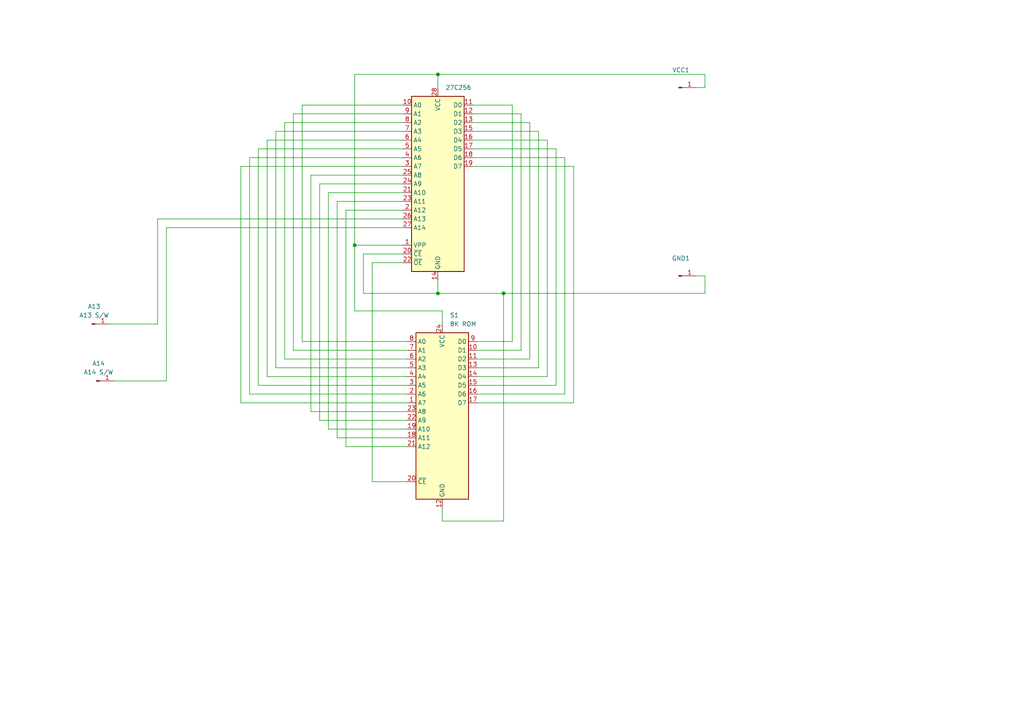
<source format=kicad_sch>
(kicad_sch (version 20230121) (generator eeschema)
  (paper "A4")
  (lib_symbols
    (symbol "Connector:Conn_01x01_Pin" (pin_names (offset 1.016) hide)
      (property "Reference" "J" (at 0 2.54 0))
      (property "Value" "Conn_01x01_Pin" (at 0 -2.54 0))
      (symbol "Conn_01x01_Pin_1_1"
        (polyline (pts (xy 1.27 0) (xy 0.8636 0)) (stroke (width 0.1524)))
        (rectangle (start 0.8636 0.127) (end 0 -0.127) (stroke (width 0.1524)) (fill (type outline)))
        (pin passive line (at 5.08 0 180) (length 3.81) (name "Pin_1") (number "1"))
      )
    )
    (symbol "Memory_EPROM:27C256"
      (property "Reference" "U" (at -7.62 26.67 0))
      (property "Value" "27C256" (at 2.54 -26.67 0))
      (symbol "27C256_1_1"
        (rectangle (start -7.62 25.4) (end 7.62 -25.4) (stroke (width 0.254)) (fill (type background)))
        (pin input line (at -10.16 -17.78 0) (length 2.54) (name "VPP") (number "1"))
        (pin input line (at -10.16 22.86 0) (length 2.54) (name "A0") (number "10"))
        (pin tri_state line (at 10.16 22.86 180) (length 2.54) (name "D0") (number "11"))
        (pin tri_state line (at 10.16 20.32 180) (length 2.54) (name "D1") (number "12"))
        (pin tri_state line (at 10.16 17.78 180) (length 2.54) (name "D2") (number "13"))
        (pin power_in line (at 0 -27.94 90) (length 2.54) (name "GND") (number "14"))
        (pin tri_state line (at 10.16 15.24 180) (length 2.54) (name "D3") (number "15"))
        (pin tri_state line (at 10.16 12.7 180) (length 2.54) (name "D4") (number "16"))
        (pin tri_state line (at 10.16 10.16 180) (length 2.54) (name "D5") (number "17"))
        (pin tri_state line (at 10.16 7.62 180) (length 2.54) (name "D6") (number "18"))
        (pin tri_state line (at 10.16 5.08 180) (length 2.54) (name "D7") (number "19"))
        (pin input line (at -10.16 -7.62 0) (length 2.54) (name "A12") (number "2"))
        (pin input line (at -10.16 -20.32 0) (length 2.54) (name "~{CE}") (number "20"))
        (pin input line (at -10.16 -2.54 0) (length 2.54) (name "A10") (number "21"))
        (pin input line (at -10.16 -22.86 0) (length 2.54) (name "~{OE}") (number "22"))
        (pin input line (at -10.16 -5.08 0) (length 2.54) (name "A11") (number "23"))
        (pin input line (at -10.16 0 0) (length 2.54) (name "A9") (number "24"))
        (pin input line (at -10.16 2.54 0) (length 2.54) (name "A8") (number "25"))
        (pin input line (at -10.16 -10.16 0) (length 2.54) (name "A13") (number "26"))
        (pin input line (at -10.16 -12.7 0) (length 2.54) (name "A14") (number "27"))
        (pin power_in line (at 0 27.94 270) (length 2.54) (name "VCC") (number "28"))
        (pin input line (at -10.16 5.08 0) (length 2.54) (name "A7") (number "3"))
        (pin input line (at -10.16 7.62 0) (length 2.54) (name "A6") (number "4"))
        (pin input line (at -10.16 10.16 0) (length 2.54) (name "A5") (number "5"))
        (pin input line (at -10.16 12.7 0) (length 2.54) (name "A4") (number "6"))
        (pin input line (at -10.16 15.24 0) (length 2.54) (name "A3") (number "7"))
        (pin input line (at -10.16 17.78 0) (length 2.54) (name "A2") (number "8"))
        (pin input line (at -10.16 20.32 0) (length 2.54) (name "A1") (number "9"))
      )
    )
    (symbol "Memory_EPROM:27C64"
      (property "Reference" "U2" (at 2.1941 27.94 0))
      (property "Value" "32Kbit ROM" (at 2.1941 25.4 0))
      (symbol "27C64_1_1"
        (rectangle (start -7.62 22.86) (end 7.62 -25.4) (stroke (width 0.254)) (fill (type background)))
        (pin input line (at -10.16 2.54 0) (length 2.54) (name "A7") (number "1"))
        (pin tri_state line (at 10.16 17.78 180) (length 2.54) (name "D1") (number "10"))
        (pin tri_state line (at 10.16 15.24 180) (length 2.54) (name "D2") (number "11"))
        (pin power_in line (at 0 -27.94 90) (length 2.54) (name "GND") (number "12"))
        (pin tri_state line (at 10.16 12.7 180) (length 2.54) (name "D3") (number "13"))
        (pin tri_state line (at 10.16 10.16 180) (length 2.54) (name "D4") (number "14"))
        (pin tri_state line (at 10.16 7.62 180) (length 2.54) (name "D5") (number "15"))
        (pin tri_state line (at 10.16 5.08 180) (length 2.54) (name "D6") (number "16"))
        (pin tri_state line (at 10.16 2.54 180) (length 2.54) (name "D7") (number "17"))
        (pin input line (at -10.16 -7.62 0) (length 2.54) (name "A11") (number "18"))
        (pin input line (at -10.16 -5.08 0) (length 2.54) (name "A10") (number "19"))
        (pin input line (at -10.16 5.08 0) (length 2.54) (name "A6") (number "2"))
        (pin input line (at -10.16 -20.32 0) (length 2.54) (name "~{CE}") (number "20"))
        (pin input line (at -10.16 -10.16 0) (length 2.54) (name "A12") (number "21"))
        (pin input line (at -10.16 -2.54 0) (length 2.54) (name "A9") (number "22"))
        (pin input line (at -10.16 0 0) (length 2.54) (name "A8") (number "23"))
        (pin power_in line (at 0 25.4 270) (length 2.54) (name "VCC") (number "24"))
        (pin no_connect line (at 7.62 0 180) (length 2.54) hide (name "NC") (number "26"))
        (pin input line (at -10.16 7.62 0) (length 2.54) (name "A5") (number "3"))
        (pin input line (at -10.16 10.16 0) (length 2.54) (name "A4") (number "4"))
        (pin input line (at -10.16 12.7 0) (length 2.54) (name "A3") (number "5"))
        (pin input line (at -10.16 15.24 0) (length 2.54) (name "A2") (number "6"))
        (pin input line (at -10.16 17.78 0) (length 2.54) (name "A1") (number "7"))
        (pin input line (at -10.16 20.32 0) (length 2.54) (name "A0") (number "8"))
        (pin tri_state line (at 10.16 20.32 180) (length 2.54) (name "D0") (number "9"))
      )
    )
  )
  (junction (at 127 21.59))
  (junction (at 127 85.09))
  (junction (at 102.87 71.12))
  (junction (at 146.05 85.09))
  (wire (pts (xy 85.09 33.02) (xy 116.84 33.02)))
  (wire (pts (xy 163.83 114.3) (xy 163.83 45.72)))
  (wire (pts (xy 138.43 116.84) (xy 166.37 116.84)))
  (wire (pts (xy 69.85 116.84) (xy 69.85 48.26)))
  (wire (pts (xy 48.26 66.04) (xy 116.84 66.04)))
  (wire (pts (xy 161.29 111.76) (xy 161.29 43.18)))
  (wire (pts (xy 45.72 63.5) (xy 116.84 63.5)))
  (wire (pts (xy 80.01 106.68) (xy 80.01 38.1)))
  (wire (pts (xy 97.79 127) (xy 97.79 58.42)))
  (wire (pts (xy 118.11 99.06) (xy 87.63 99.06)))
  (wire (pts (xy 105.41 73.66) (xy 105.41 85.09)))
  (wire (pts (xy 92.71 53.34) (xy 116.84 53.34)))
  (wire (pts (xy 48.26 110.49) (xy 48.26 66.04)))
  (wire (pts (xy 153.67 35.56) (xy 137.16 35.56)))
  (wire (pts (xy 146.05 85.09) (xy 204.47 85.09)))
  (wire (pts (xy 118.11 119.38) (xy 90.17 119.38)))
  (wire (pts (xy 87.63 99.06) (xy 87.63 30.48)))
  (wire (pts (xy 82.55 35.56) (xy 116.84 35.56)))
  (wire (pts (xy 82.55 104.14) (xy 82.55 35.56)))
  (wire (pts (xy 118.11 104.14) (xy 82.55 104.14)))
  (wire (pts (xy 72.39 45.72) (xy 116.84 45.72)))
  (wire (pts (xy 161.29 43.18) (xy 137.16 43.18)))
  (wire (pts (xy 128.27 90.17) (xy 102.87 90.17)))
  (wire (pts (xy 127 85.09) (xy 146.05 85.09)))
  (wire (pts (xy 116.84 73.66) (xy 105.41 73.66)))
  (wire (pts (xy 102.87 90.17) (xy 102.87 71.12)))
  (wire (pts (xy 80.01 38.1) (xy 116.84 38.1)))
  (wire (pts (xy 69.85 48.26) (xy 116.84 48.26)))
  (wire (pts (xy 118.11 111.76) (xy 74.93 111.76)))
  (wire (pts (xy 118.11 109.22) (xy 77.47 109.22)))
  (wire (pts (xy 138.43 104.14) (xy 153.67 104.14)))
  (wire (pts (xy 138.43 101.6) (xy 151.13 101.6)))
  (wire (pts (xy 95.25 124.46) (xy 95.25 55.88)))
  (wire (pts (xy 85.09 101.6) (xy 85.09 33.02)))
  (wire (pts (xy 107.95 139.7) (xy 107.95 76.2)))
  (wire (pts (xy 118.11 106.68) (xy 80.01 106.68)))
  (wire (pts (xy 146.05 151.13) (xy 128.27 151.13)))
  (wire (pts (xy 158.75 40.64) (xy 137.16 40.64)))
  (wire (pts (xy 204.47 21.59) (xy 204.47 25.4)))
  (wire (pts (xy 97.79 58.42) (xy 116.84 58.42)))
  (wire (pts (xy 163.83 45.72) (xy 137.16 45.72)))
  (wire (pts (xy 148.59 99.06) (xy 148.59 30.48)))
  (wire (pts (xy 92.71 121.92) (xy 92.71 53.34)))
  (wire (pts (xy 107.95 76.2) (xy 116.84 76.2)))
  (wire (pts (xy 204.47 80.01) (xy 204.47 85.09)))
  (wire (pts (xy 74.93 111.76) (xy 74.93 43.18)))
  (wire (pts (xy 95.25 55.88) (xy 116.84 55.88)))
  (wire (pts (xy 201.93 25.4) (xy 204.47 25.4)))
  (wire (pts (xy 156.21 38.1) (xy 137.16 38.1)))
  (wire (pts (xy 166.37 116.84) (xy 166.37 48.26)))
  (wire (pts (xy 151.13 101.6) (xy 151.13 33.02)))
  (wire (pts (xy 118.11 121.92) (xy 92.71 121.92)))
  (wire (pts (xy 166.37 48.26) (xy 137.16 48.26)))
  (wire (pts (xy 148.59 30.48) (xy 137.16 30.48)))
  (wire (pts (xy 128.27 90.17) (xy 128.27 93.98)))
  (wire (pts (xy 100.33 129.54) (xy 100.33 60.96)))
  (wire (pts (xy 45.72 93.98) (xy 45.72 63.5)))
  (wire (pts (xy 138.43 99.06) (xy 148.59 99.06)))
  (wire (pts (xy 90.17 119.38) (xy 90.17 50.8)))
  (wire (pts (xy 158.75 109.22) (xy 158.75 40.64)))
  (wire (pts (xy 118.11 129.54) (xy 100.33 129.54)))
  (wire (pts (xy 72.39 114.3) (xy 72.39 45.72)))
  (wire (pts (xy 74.93 43.18) (xy 116.84 43.18)))
  (wire (pts (xy 138.43 106.68) (xy 156.21 106.68)))
  (wire (pts (xy 118.11 101.6) (xy 85.09 101.6)))
  (wire (pts (xy 102.87 21.59) (xy 102.87 71.12)))
  (wire (pts (xy 201.93 80.01) (xy 204.47 80.01)))
  (wire (pts (xy 127 21.59) (xy 102.87 21.59)))
  (wire (pts (xy 118.11 127) (xy 97.79 127)))
  (wire (pts (xy 138.43 111.76) (xy 161.29 111.76)))
  (wire (pts (xy 138.43 109.22) (xy 158.75 109.22)))
  (wire (pts (xy 118.11 124.46) (xy 95.25 124.46)))
  (wire (pts (xy 138.43 114.3) (xy 163.83 114.3)))
  (wire (pts (xy 127 81.28) (xy 127 85.09)))
  (wire (pts (xy 77.47 40.64) (xy 116.84 40.64)))
  (wire (pts (xy 90.17 50.8) (xy 116.84 50.8)))
  (wire (pts (xy 105.41 85.09) (xy 127 85.09)))
  (wire (pts (xy 127 21.59) (xy 204.47 21.59)))
  (wire (pts (xy 33.02 110.49) (xy 48.26 110.49)))
  (wire (pts (xy 118.11 116.84) (xy 69.85 116.84)))
  (wire (pts (xy 102.87 71.12) (xy 116.84 71.12)))
  (wire (pts (xy 118.11 139.7) (xy 107.95 139.7)))
  (wire (pts (xy 146.05 85.09) (xy 146.05 151.13)))
  (wire (pts (xy 127 25.4) (xy 127 21.59)))
  (wire (pts (xy 128.27 151.13) (xy 128.27 147.32)))
  (wire (pts (xy 31.75 93.98) (xy 45.72 93.98)))
  (wire (pts (xy 118.11 114.3) (xy 72.39 114.3)))
  (wire (pts (xy 151.13 33.02) (xy 137.16 33.02)))
  (wire (pts (xy 77.47 109.22) (xy 77.47 40.64)))
  (wire (pts (xy 156.21 106.68) (xy 156.21 38.1)))
  (wire (pts (xy 100.33 60.96) (xy 116.84 60.96)))
  (wire (pts (xy 87.63 30.48) (xy 116.84 30.48)))
  (wire (pts (xy 153.67 104.14) (xy 153.67 35.56)))
  (symbol (lib_id "Memory_EPROM:27C64") (at 128.27 119.38 0) (unit 1)
    (property "Reference" "S1" (at 130.4641 91.44 0) (effects (justify left)))
    (property "Value" "8K ROM" (at 130.4641 93.98 0) (effects (justify left)))
    (property "Footprint" "Package_DIP:DIP-24_W15.24mm" (effects hide))
    (property "Datasheet" "http://ww1.microchip.com/downloads/en/DeviceDoc/11107M.pdf" (effects hide))
  )
  (symbol (lib_id "Memory_EPROM:27C256") (at 127 53.34 0) (unit 1)
    (property "Reference" "U1" (effects hide))
    (property "Value" "27C256" (at 129.1941 25.4 0) (effects (justify left)))
    (property "Footprint" "Package_DIP:DIP-28_W15.24mm" (effects hide))
    (property "Datasheet" "http://ww1.microchip.com/downloads/en/DeviceDoc/doc0014.pdf" (effects hide))
  )
  (symbol (lib_id "Connector:Conn_01x01_Pin") (at 26.67 93.98 0) (unit 1)
    (property "Reference" "A13" (at 27.305 88.9 0))
    (property "Value" "A13 S/W" (at 27.305 91.44 0))
    (property "Footprint" "Connector_Pin:Pin_D0.7mm_L6.5mm_W1.8mm_FlatFork" (effects hide))
  )
  (symbol (lib_id "Connector:Conn_01x01_Pin") (at 196.85 80.01 0) (unit 1)
    (property "Reference" "GND1" (at 197.485 74.93 0))
    (property "Value" "GND" (effects hide))
    (property "Footprint" "Connector_Pin:Pin_D0.7mm_L6.5mm_W1.8mm_FlatFork" (effects hide))
  )
  (symbol (lib_id "Connector:Conn_01x01_Pin") (at 196.85 25.4 0) (unit 1)
    (property "Reference" "VCC1" (at 197.485 20.32 0))
    (property "Value" "VCC" (effects hide))
    (property "Footprint" "Connector_Pin:Pin_D0.7mm_L6.5mm_W1.8mm_FlatFork" (effects hide))
  )
  (symbol (lib_id "Connector:Conn_01x01_Pin") (at 27.94 110.49 0) (unit 1)
    (property "Reference" "A14" (at 28.575 105.41 0))
    (property "Value" "A14 S/W" (at 28.575 107.95 0))
    (property "Footprint" "Connector_Pin:Pin_D0.7mm_L6.5mm_W1.8mm_FlatFork" (effects hide))
  )
)
</source>
